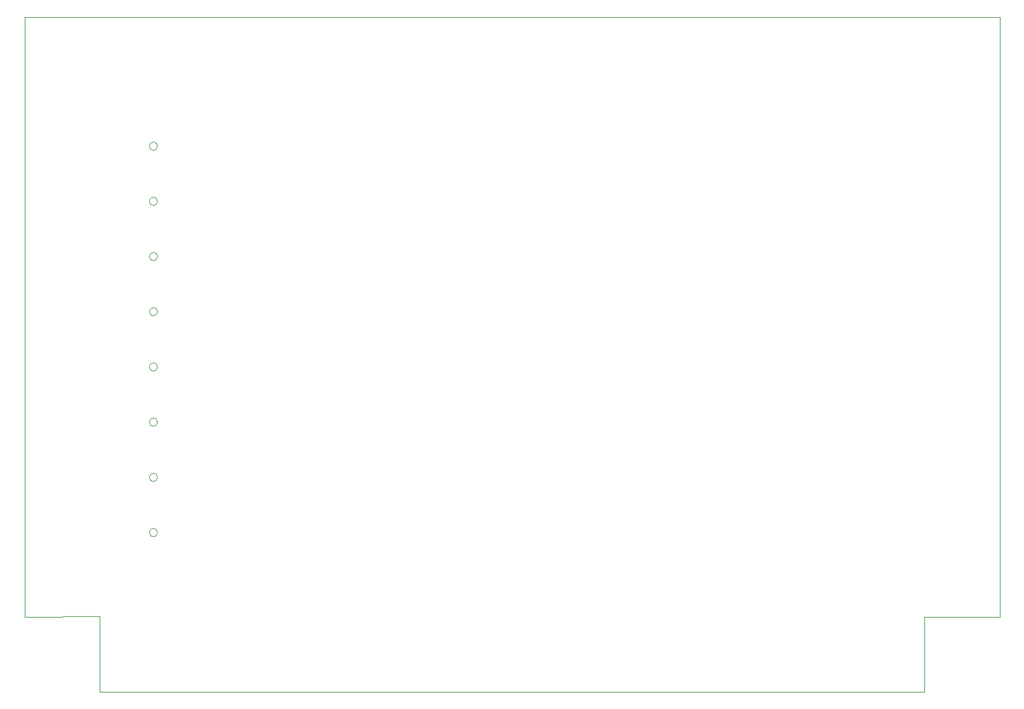
<source format=gbr>
%TF.GenerationSoftware,KiCad,Pcbnew,(6.0.10)*%
%TF.CreationDate,2023-02-14T14:41:43+00:00*%
%TF.ProjectId,Bed_of_nails,4265645f-6f66-45f6-9e61-696c732e6b69,AC*%
%TF.SameCoordinates,Original*%
%TF.FileFunction,Profile,NP*%
%FSLAX46Y46*%
G04 Gerber Fmt 4.6, Leading zero omitted, Abs format (unit mm)*
G04 Created by KiCad (PCBNEW (6.0.10)) date 2023-02-14 14:41:43*
%MOMM*%
%LPD*%
G01*
G04 APERTURE LIST*
%TA.AperFunction,Profile*%
%ADD10C,0.100000*%
%TD*%
%TA.AperFunction,Profile*%
%ADD11C,0.120000*%
%TD*%
G04 APERTURE END LIST*
D10*
X222969762Y-125830000D02*
X212959762Y-125830000D01*
X212959762Y-135840000D01*
X102969762Y-135830000D01*
X102969762Y-125820000D01*
X92969762Y-125830000D01*
X92959762Y-45820000D01*
X222969762Y-45820000D01*
X222969762Y-125830000D01*
D11*
%TO.C,J12*%
X110670000Y-92517140D02*
G75*
G03*
X110670000Y-92517140I-550000J0D01*
G01*
%TO.C,J7*%
X110670000Y-85152855D02*
G75*
G03*
X110670000Y-85152855I-550000J0D01*
G01*
%TO.C,J8*%
X110670000Y-99881425D02*
G75*
G03*
X110670000Y-99881425I-550000J0D01*
G01*
%TO.C,J13*%
X110670000Y-107245710D02*
G75*
G03*
X110670000Y-107245710I-550000J0D01*
G01*
%TO.C,J11*%
X110670000Y-77788570D02*
G75*
G03*
X110670000Y-77788570I-550000J0D01*
G01*
%TO.C,J10*%
X110670000Y-63060000D02*
G75*
G03*
X110670000Y-63060000I-550000J0D01*
G01*
%TO.C,J9*%
X110670000Y-114610000D02*
G75*
G03*
X110670000Y-114610000I-550000J0D01*
G01*
%TO.C,J6*%
X110670000Y-70424285D02*
G75*
G03*
X110670000Y-70424285I-550000J0D01*
G01*
%TD*%
M02*

</source>
